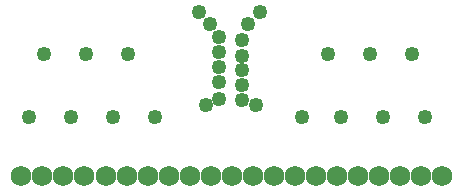
<source format=gbs>
G04 MADE WITH FRITZING*
G04 WWW.FRITZING.ORG*
G04 DOUBLE SIDED*
G04 HOLES PLATED*
G04 CONTOUR ON CENTER OF CONTOUR VECTOR*
%ASAXBY*%
%FSLAX23Y23*%
%MOIN*%
%OFA0B0*%
%SFA1.0B1.0*%
%ADD10C,0.069055*%
%ADD11C,0.049370*%
%LNMASK0*%
G90*
G70*
G54D10*
X1239Y47D03*
X1099Y47D03*
X1309Y47D03*
X1169Y47D03*
X329Y47D03*
X118Y47D03*
X1450Y47D03*
X48Y47D03*
X1029Y47D03*
X188Y47D03*
X1380Y47D03*
X539Y47D03*
X609Y47D03*
X469Y47D03*
X258Y47D03*
X399Y47D03*
X959Y47D03*
X889Y47D03*
X819Y47D03*
X679Y47D03*
X749Y47D03*
G54D11*
X495Y245D03*
X985Y244D03*
X355Y245D03*
X215Y245D03*
X1115Y244D03*
X1255Y244D03*
X1395Y244D03*
X75Y245D03*
X122Y454D03*
X262Y454D03*
X402Y454D03*
X1350Y454D03*
X1210Y454D03*
X1070Y454D03*
X640Y594D03*
X844Y594D03*
X804Y554D03*
X678Y554D03*
X707Y509D03*
X707Y459D03*
X662Y284D03*
X707Y304D03*
X707Y359D03*
X707Y409D03*
X783Y499D03*
X783Y448D03*
X783Y399D03*
X783Y349D03*
X783Y299D03*
X830Y284D03*
G04 End of Mask0*
M02*
</source>
